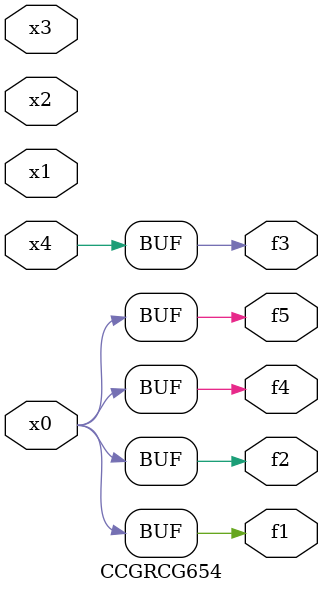
<source format=v>
module CCGRCG654(
	input x0, x1, x2, x3, x4,
	output f1, f2, f3, f4, f5
);
	assign f1 = x0;
	assign f2 = x0;
	assign f3 = x4;
	assign f4 = x0;
	assign f5 = x0;
endmodule

</source>
